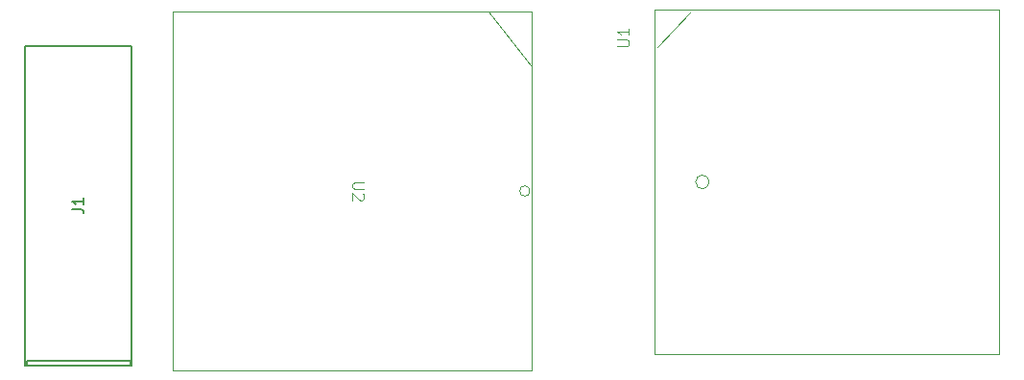
<source format=gbr>
%TF.GenerationSoftware,KiCad,Pcbnew,8.0.2-1*%
%TF.CreationDate,2024-05-11T10:02:21-04:00*%
%TF.ProjectId,Rom 01 IIgs RGBToHDMI,526f6d20-3031-4204-9949-677320524742,rev?*%
%TF.SameCoordinates,Original*%
%TF.FileFunction,Legend,Top*%
%TF.FilePolarity,Positive*%
%FSLAX46Y46*%
G04 Gerber Fmt 4.6, Leading zero omitted, Abs format (unit mm)*
G04 Created by KiCad (PCBNEW 8.0.2-1) date 2024-05-11 10:02:21*
%MOMM*%
%LPD*%
G01*
G04 APERTURE LIST*
%ADD10C,0.100000*%
%ADD11C,0.150000*%
%ADD12C,0.152400*%
G04 APERTURE END LIST*
D10*
X123737419Y-73581904D02*
X124546942Y-73581904D01*
X124546942Y-73581904D02*
X124642180Y-73534285D01*
X124642180Y-73534285D02*
X124689800Y-73486666D01*
X124689800Y-73486666D02*
X124737419Y-73391428D01*
X124737419Y-73391428D02*
X124737419Y-73200952D01*
X124737419Y-73200952D02*
X124689800Y-73105714D01*
X124689800Y-73105714D02*
X124642180Y-73058095D01*
X124642180Y-73058095D02*
X124546942Y-73010476D01*
X124546942Y-73010476D02*
X123737419Y-73010476D01*
X124737419Y-72010476D02*
X124737419Y-72581904D01*
X124737419Y-72296190D02*
X123737419Y-72296190D01*
X123737419Y-72296190D02*
X123880276Y-72391428D01*
X123880276Y-72391428D02*
X123975514Y-72486666D01*
X123975514Y-72486666D02*
X124023133Y-72581904D01*
D11*
X75654819Y-87963333D02*
X76369104Y-87963333D01*
X76369104Y-87963333D02*
X76511961Y-88010952D01*
X76511961Y-88010952D02*
X76607200Y-88106190D01*
X76607200Y-88106190D02*
X76654819Y-88249047D01*
X76654819Y-88249047D02*
X76654819Y-88344285D01*
X76654819Y-86963333D02*
X76654819Y-87534761D01*
X76654819Y-87249047D02*
X75654819Y-87249047D01*
X75654819Y-87249047D02*
X75797676Y-87344285D01*
X75797676Y-87344285D02*
X75892914Y-87439523D01*
X75892914Y-87439523D02*
X75940533Y-87534761D01*
D10*
X101372580Y-85598095D02*
X100563057Y-85598095D01*
X100563057Y-85598095D02*
X100467819Y-85645714D01*
X100467819Y-85645714D02*
X100420200Y-85693333D01*
X100420200Y-85693333D02*
X100372580Y-85788571D01*
X100372580Y-85788571D02*
X100372580Y-85979047D01*
X100372580Y-85979047D02*
X100420200Y-86074285D01*
X100420200Y-86074285D02*
X100467819Y-86121904D01*
X100467819Y-86121904D02*
X100563057Y-86169523D01*
X100563057Y-86169523D02*
X101372580Y-86169523D01*
X101277342Y-86598095D02*
X101324961Y-86645714D01*
X101324961Y-86645714D02*
X101372580Y-86740952D01*
X101372580Y-86740952D02*
X101372580Y-86979047D01*
X101372580Y-86979047D02*
X101324961Y-87074285D01*
X101324961Y-87074285D02*
X101277342Y-87121904D01*
X101277342Y-87121904D02*
X101182104Y-87169523D01*
X101182104Y-87169523D02*
X101086866Y-87169523D01*
X101086866Y-87169523D02*
X100944009Y-87121904D01*
X100944009Y-87121904D02*
X100372580Y-86550476D01*
X100372580Y-86550476D02*
X100372580Y-87169523D01*
%TO.C,U1*%
X127250000Y-73670000D02*
X130140000Y-70600000D01*
X127040000Y-70360000D02*
X157440000Y-70360000D01*
X157440000Y-100760000D01*
X127040000Y-100760000D01*
X127040000Y-70360000D01*
X131840000Y-85560000D02*
G75*
G02*
X130640000Y-85560000I-600000J0D01*
G01*
X130640000Y-85560000D02*
G75*
G02*
X131840000Y-85560000I600000J0D01*
G01*
D12*
%TO.C,J1*%
X71501000Y-73533000D02*
X71501000Y-101727000D01*
X71501000Y-101727000D02*
X80899000Y-101727000D01*
X71628000Y-101346000D02*
X80772000Y-101346000D01*
X71628000Y-101600000D02*
X71628000Y-101346000D01*
X80772000Y-101600000D02*
X80772000Y-101346000D01*
X80899000Y-73533000D02*
X71501000Y-73533000D01*
X80899000Y-101727000D02*
X80899000Y-73533000D01*
D10*
%TO.C,U2*%
X112355000Y-70565000D02*
X116120000Y-75280000D01*
X116160000Y-70530000D02*
X84500000Y-70530000D01*
X84500000Y-102190000D01*
X116160000Y-102190000D01*
X116160000Y-70530000D01*
X116022217Y-86360000D02*
G75*
G02*
X115117783Y-86360000I-452217J0D01*
G01*
X115117783Y-86360000D02*
G75*
G02*
X116022217Y-86360000I452217J0D01*
G01*
%TD*%
M02*

</source>
